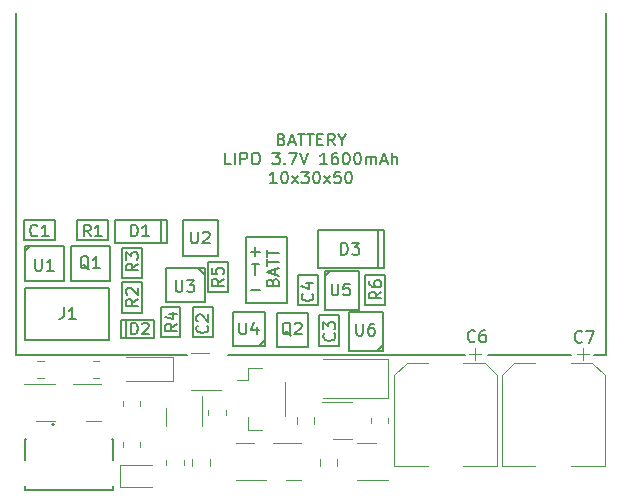
<source format=gbr>
%TF.GenerationSoftware,KiCad,Pcbnew,7.0.10*%
%TF.CreationDate,2024-04-16T15:47:17+10:00*%
%TF.ProjectId,cptibp1a-pcb,63707469-6270-4316-912d-7063622e6b69,rev?*%
%TF.SameCoordinates,Original*%
%TF.FileFunction,Legend,Top*%
%TF.FilePolarity,Positive*%
%FSLAX46Y46*%
G04 Gerber Fmt 4.6, Leading zero omitted, Abs format (unit mm)*
G04 Created by KiCad (PCBNEW 7.0.10) date 2024-04-16 15:47:17*
%MOMM*%
%LPD*%
G01*
G04 APERTURE LIST*
%ADD10C,0.150000*%
%ADD11C,0.120000*%
%ADD12C,0.127000*%
%ADD13C,0.200000*%
G04 APERTURE END LIST*
D10*
X5700000Y-22600000D02*
X5700000Y-19400000D01*
X-2850000Y-26400000D02*
X-250000Y-26400000D01*
X-250000Y-29300000D01*
X-2850000Y-29300000D01*
X-2850000Y-26400000D01*
X-16000000Y-20900000D02*
X-14300000Y-20900000D01*
X-14300000Y-23500000D01*
X-16000000Y-23500000D01*
X-16000000Y-20900000D01*
X-24200000Y-24300000D02*
X-17100000Y-24300000D01*
X-17100000Y-28700000D01*
X-24200000Y-28700000D01*
X-24200000Y-24300000D01*
X-16000000Y-23800000D02*
X-14300000Y-23800000D01*
X-14300000Y-26400000D01*
X-16000000Y-26400000D01*
X-16000000Y-23800000D01*
X-19800000Y-18600000D02*
X-17200000Y-18600000D01*
X-17200000Y-20300000D01*
X-19800000Y-20300000D01*
X-19800000Y-18600000D01*
X700000Y-26600000D02*
X2400000Y-26600000D01*
X2400000Y-29200000D01*
X700000Y-29200000D01*
X700000Y-26600000D01*
X-12700000Y-25900000D02*
X-11100000Y-25900000D01*
X-11100000Y-28500000D01*
X-12700000Y-28500000D01*
X-12700000Y-25900000D01*
X-1125000Y-23200000D02*
X575000Y-23200000D01*
X575000Y-25800000D01*
X-1125000Y-25800000D01*
X-1125000Y-23200000D01*
X1150000Y-22850000D02*
X4050000Y-22850000D01*
X4050000Y-26150000D01*
X1150000Y-26150000D01*
X1150000Y-22850000D01*
X1150000Y-23350000D02*
X1650000Y-22850000D01*
X-24200000Y-21200000D02*
X-23800000Y-20800000D01*
X-8700000Y-22100000D02*
X-7000000Y-22100000D01*
X-7000000Y-24700000D01*
X-8700000Y-24700000D01*
X-8700000Y-22100000D01*
X-12300000Y-22650000D02*
X-9000000Y-22650000D01*
X-9000000Y-25550000D01*
X-12300000Y-25550000D01*
X-12300000Y-22650000D01*
X-25000000Y-30000000D02*
X-25000000Y-1000000D01*
X-10500000Y-30000000D02*
X-25000000Y-30000000D01*
X-5500000Y-20000000D02*
X-2000000Y-20000000D01*
X-2000000Y-25600000D01*
X-5500000Y-25600000D01*
X-5500000Y-20000000D01*
X-3900000Y-28750000D02*
X-4400000Y-29250000D01*
X-10000000Y-25900000D02*
X-8300000Y-25900000D01*
X-8300000Y-28500000D01*
X-10000000Y-28500000D01*
X-10000000Y-25900000D01*
X-16100000Y-27000000D02*
X-13300000Y-27000000D01*
X-13300000Y-28600000D01*
X-16100000Y-28600000D01*
X-16100000Y-27000000D01*
X-16600000Y-18600000D02*
X-12200000Y-18600000D01*
X-12200000Y-20500000D01*
X-16600000Y-20500000D01*
X-16600000Y-18600000D01*
X-9500000Y-22700000D02*
X-9000000Y-23200000D01*
X-15700000Y-27000000D02*
X-15700000Y-28600000D01*
X-10800000Y-18600000D02*
X-7900000Y-18600000D01*
X-7900000Y-21600000D01*
X-10800000Y-21600000D01*
X-10800000Y-18600000D01*
X4600000Y-23200000D02*
X6300000Y-23200000D01*
X6300000Y-25800000D01*
X4600000Y-25800000D01*
X4600000Y-23200000D01*
X3200000Y-26350000D02*
X6100000Y-26350000D01*
X6100000Y-29650000D01*
X3200000Y-29650000D01*
X3200000Y-26350000D01*
X22000000Y-30000000D02*
X15000000Y-30000000D01*
X25000000Y-30000000D02*
X24000000Y-30000000D01*
X600000Y-19400000D02*
X6200000Y-19400000D01*
X6200000Y-22600000D01*
X600000Y-22600000D01*
X600000Y-19400000D01*
X-24300000Y-18600000D02*
X-21700000Y-18600000D01*
X-21700000Y-20300000D01*
X-24300000Y-20300000D01*
X-24300000Y-18600000D01*
X-6600000Y-26350000D02*
X-3900000Y-26350000D01*
X-3900000Y-29250000D01*
X-6600000Y-29250000D01*
X-6600000Y-26350000D01*
X6100000Y-29150000D02*
X5600000Y-29650000D01*
X25000000Y-1000000D02*
X25000000Y-30000000D01*
X-24250000Y-20800000D02*
X-20950000Y-20800000D01*
X-20950000Y-23700000D01*
X-24250000Y-23700000D01*
X-24250000Y-20800000D01*
X-20350000Y-20800000D02*
X-17050000Y-20800000D01*
X-17050000Y-23700000D01*
X-20350000Y-23700000D01*
X-20350000Y-20800000D01*
X13000000Y-30000000D02*
X-7000000Y-30000000D01*
X-12700000Y-18600000D02*
X-12700000Y-20500000D01*
X-3253990Y-23829887D02*
X-3206371Y-23687030D01*
X-3206371Y-23687030D02*
X-3158752Y-23639411D01*
X-3158752Y-23639411D02*
X-3063514Y-23591792D01*
X-3063514Y-23591792D02*
X-2920657Y-23591792D01*
X-2920657Y-23591792D02*
X-2825419Y-23639411D01*
X-2825419Y-23639411D02*
X-2777800Y-23687030D01*
X-2777800Y-23687030D02*
X-2730180Y-23782268D01*
X-2730180Y-23782268D02*
X-2730180Y-24163220D01*
X-2730180Y-24163220D02*
X-3730180Y-24163220D01*
X-3730180Y-24163220D02*
X-3730180Y-23829887D01*
X-3730180Y-23829887D02*
X-3682561Y-23734649D01*
X-3682561Y-23734649D02*
X-3634942Y-23687030D01*
X-3634942Y-23687030D02*
X-3539704Y-23639411D01*
X-3539704Y-23639411D02*
X-3444466Y-23639411D01*
X-3444466Y-23639411D02*
X-3349228Y-23687030D01*
X-3349228Y-23687030D02*
X-3301609Y-23734649D01*
X-3301609Y-23734649D02*
X-3253990Y-23829887D01*
X-3253990Y-23829887D02*
X-3253990Y-24163220D01*
X-3015895Y-23210839D02*
X-3015895Y-22734649D01*
X-2730180Y-23306077D02*
X-3730180Y-22972744D01*
X-3730180Y-22972744D02*
X-2730180Y-22639411D01*
X-3730180Y-22448934D02*
X-3730180Y-21877506D01*
X-2730180Y-22163220D02*
X-3730180Y-22163220D01*
X-3730180Y-21687029D02*
X-3730180Y-21115601D01*
X-2730180Y-21401315D02*
X-3730180Y-21401315D01*
X-2500000Y-11726009D02*
X-2357143Y-11773628D01*
X-2357143Y-11773628D02*
X-2309524Y-11821247D01*
X-2309524Y-11821247D02*
X-2261905Y-11916485D01*
X-2261905Y-11916485D02*
X-2261905Y-12059342D01*
X-2261905Y-12059342D02*
X-2309524Y-12154580D01*
X-2309524Y-12154580D02*
X-2357143Y-12202200D01*
X-2357143Y-12202200D02*
X-2452381Y-12249819D01*
X-2452381Y-12249819D02*
X-2833333Y-12249819D01*
X-2833333Y-12249819D02*
X-2833333Y-11249819D01*
X-2833333Y-11249819D02*
X-2500000Y-11249819D01*
X-2500000Y-11249819D02*
X-2404762Y-11297438D01*
X-2404762Y-11297438D02*
X-2357143Y-11345057D01*
X-2357143Y-11345057D02*
X-2309524Y-11440295D01*
X-2309524Y-11440295D02*
X-2309524Y-11535533D01*
X-2309524Y-11535533D02*
X-2357143Y-11630771D01*
X-2357143Y-11630771D02*
X-2404762Y-11678390D01*
X-2404762Y-11678390D02*
X-2500000Y-11726009D01*
X-2500000Y-11726009D02*
X-2833333Y-11726009D01*
X-1880952Y-11964104D02*
X-1404762Y-11964104D01*
X-1976190Y-12249819D02*
X-1642857Y-11249819D01*
X-1642857Y-11249819D02*
X-1309524Y-12249819D01*
X-1119047Y-11249819D02*
X-547619Y-11249819D01*
X-833333Y-12249819D02*
X-833333Y-11249819D01*
X-357142Y-11249819D02*
X214285Y-11249819D01*
X-71428Y-12249819D02*
X-71428Y-11249819D01*
X547619Y-11726009D02*
X880952Y-11726009D01*
X1023809Y-12249819D02*
X547619Y-12249819D01*
X547619Y-12249819D02*
X547619Y-11249819D01*
X547619Y-11249819D02*
X1023809Y-11249819D01*
X2023809Y-12249819D02*
X1690476Y-11773628D01*
X1452381Y-12249819D02*
X1452381Y-11249819D01*
X1452381Y-11249819D02*
X1833333Y-11249819D01*
X1833333Y-11249819D02*
X1928571Y-11297438D01*
X1928571Y-11297438D02*
X1976190Y-11345057D01*
X1976190Y-11345057D02*
X2023809Y-11440295D01*
X2023809Y-11440295D02*
X2023809Y-11583152D01*
X2023809Y-11583152D02*
X1976190Y-11678390D01*
X1976190Y-11678390D02*
X1928571Y-11726009D01*
X1928571Y-11726009D02*
X1833333Y-11773628D01*
X1833333Y-11773628D02*
X1452381Y-11773628D01*
X2642857Y-11773628D02*
X2642857Y-12249819D01*
X2309524Y-11249819D02*
X2642857Y-11773628D01*
X2642857Y-11773628D02*
X2976190Y-11249819D01*
X-6785714Y-13859819D02*
X-7261904Y-13859819D01*
X-7261904Y-13859819D02*
X-7261904Y-12859819D01*
X-6452380Y-13859819D02*
X-6452380Y-12859819D01*
X-5976190Y-13859819D02*
X-5976190Y-12859819D01*
X-5976190Y-12859819D02*
X-5595238Y-12859819D01*
X-5595238Y-12859819D02*
X-5500000Y-12907438D01*
X-5500000Y-12907438D02*
X-5452381Y-12955057D01*
X-5452381Y-12955057D02*
X-5404762Y-13050295D01*
X-5404762Y-13050295D02*
X-5404762Y-13193152D01*
X-5404762Y-13193152D02*
X-5452381Y-13288390D01*
X-5452381Y-13288390D02*
X-5500000Y-13336009D01*
X-5500000Y-13336009D02*
X-5595238Y-13383628D01*
X-5595238Y-13383628D02*
X-5976190Y-13383628D01*
X-4785714Y-12859819D02*
X-4595238Y-12859819D01*
X-4595238Y-12859819D02*
X-4500000Y-12907438D01*
X-4500000Y-12907438D02*
X-4404762Y-13002676D01*
X-4404762Y-13002676D02*
X-4357143Y-13193152D01*
X-4357143Y-13193152D02*
X-4357143Y-13526485D01*
X-4357143Y-13526485D02*
X-4404762Y-13716961D01*
X-4404762Y-13716961D02*
X-4500000Y-13812200D01*
X-4500000Y-13812200D02*
X-4595238Y-13859819D01*
X-4595238Y-13859819D02*
X-4785714Y-13859819D01*
X-4785714Y-13859819D02*
X-4880952Y-13812200D01*
X-4880952Y-13812200D02*
X-4976190Y-13716961D01*
X-4976190Y-13716961D02*
X-5023809Y-13526485D01*
X-5023809Y-13526485D02*
X-5023809Y-13193152D01*
X-5023809Y-13193152D02*
X-4976190Y-13002676D01*
X-4976190Y-13002676D02*
X-4880952Y-12907438D01*
X-4880952Y-12907438D02*
X-4785714Y-12859819D01*
X-3261904Y-12859819D02*
X-2642857Y-12859819D01*
X-2642857Y-12859819D02*
X-2976190Y-13240771D01*
X-2976190Y-13240771D02*
X-2833333Y-13240771D01*
X-2833333Y-13240771D02*
X-2738095Y-13288390D01*
X-2738095Y-13288390D02*
X-2690476Y-13336009D01*
X-2690476Y-13336009D02*
X-2642857Y-13431247D01*
X-2642857Y-13431247D02*
X-2642857Y-13669342D01*
X-2642857Y-13669342D02*
X-2690476Y-13764580D01*
X-2690476Y-13764580D02*
X-2738095Y-13812200D01*
X-2738095Y-13812200D02*
X-2833333Y-13859819D01*
X-2833333Y-13859819D02*
X-3119047Y-13859819D01*
X-3119047Y-13859819D02*
X-3214285Y-13812200D01*
X-3214285Y-13812200D02*
X-3261904Y-13764580D01*
X-2214285Y-13764580D02*
X-2166666Y-13812200D01*
X-2166666Y-13812200D02*
X-2214285Y-13859819D01*
X-2214285Y-13859819D02*
X-2261904Y-13812200D01*
X-2261904Y-13812200D02*
X-2214285Y-13764580D01*
X-2214285Y-13764580D02*
X-2214285Y-13859819D01*
X-1833333Y-12859819D02*
X-1166667Y-12859819D01*
X-1166667Y-12859819D02*
X-1595238Y-13859819D01*
X-928571Y-12859819D02*
X-595238Y-13859819D01*
X-595238Y-13859819D02*
X-261905Y-12859819D01*
X1357142Y-13859819D02*
X785714Y-13859819D01*
X1071428Y-13859819D02*
X1071428Y-12859819D01*
X1071428Y-12859819D02*
X976190Y-13002676D01*
X976190Y-13002676D02*
X880952Y-13097914D01*
X880952Y-13097914D02*
X785714Y-13145533D01*
X2214285Y-12859819D02*
X2023809Y-12859819D01*
X2023809Y-12859819D02*
X1928571Y-12907438D01*
X1928571Y-12907438D02*
X1880952Y-12955057D01*
X1880952Y-12955057D02*
X1785714Y-13097914D01*
X1785714Y-13097914D02*
X1738095Y-13288390D01*
X1738095Y-13288390D02*
X1738095Y-13669342D01*
X1738095Y-13669342D02*
X1785714Y-13764580D01*
X1785714Y-13764580D02*
X1833333Y-13812200D01*
X1833333Y-13812200D02*
X1928571Y-13859819D01*
X1928571Y-13859819D02*
X2119047Y-13859819D01*
X2119047Y-13859819D02*
X2214285Y-13812200D01*
X2214285Y-13812200D02*
X2261904Y-13764580D01*
X2261904Y-13764580D02*
X2309523Y-13669342D01*
X2309523Y-13669342D02*
X2309523Y-13431247D01*
X2309523Y-13431247D02*
X2261904Y-13336009D01*
X2261904Y-13336009D02*
X2214285Y-13288390D01*
X2214285Y-13288390D02*
X2119047Y-13240771D01*
X2119047Y-13240771D02*
X1928571Y-13240771D01*
X1928571Y-13240771D02*
X1833333Y-13288390D01*
X1833333Y-13288390D02*
X1785714Y-13336009D01*
X1785714Y-13336009D02*
X1738095Y-13431247D01*
X2928571Y-12859819D02*
X3023809Y-12859819D01*
X3023809Y-12859819D02*
X3119047Y-12907438D01*
X3119047Y-12907438D02*
X3166666Y-12955057D01*
X3166666Y-12955057D02*
X3214285Y-13050295D01*
X3214285Y-13050295D02*
X3261904Y-13240771D01*
X3261904Y-13240771D02*
X3261904Y-13478866D01*
X3261904Y-13478866D02*
X3214285Y-13669342D01*
X3214285Y-13669342D02*
X3166666Y-13764580D01*
X3166666Y-13764580D02*
X3119047Y-13812200D01*
X3119047Y-13812200D02*
X3023809Y-13859819D01*
X3023809Y-13859819D02*
X2928571Y-13859819D01*
X2928571Y-13859819D02*
X2833333Y-13812200D01*
X2833333Y-13812200D02*
X2785714Y-13764580D01*
X2785714Y-13764580D02*
X2738095Y-13669342D01*
X2738095Y-13669342D02*
X2690476Y-13478866D01*
X2690476Y-13478866D02*
X2690476Y-13240771D01*
X2690476Y-13240771D02*
X2738095Y-13050295D01*
X2738095Y-13050295D02*
X2785714Y-12955057D01*
X2785714Y-12955057D02*
X2833333Y-12907438D01*
X2833333Y-12907438D02*
X2928571Y-12859819D01*
X3880952Y-12859819D02*
X3976190Y-12859819D01*
X3976190Y-12859819D02*
X4071428Y-12907438D01*
X4071428Y-12907438D02*
X4119047Y-12955057D01*
X4119047Y-12955057D02*
X4166666Y-13050295D01*
X4166666Y-13050295D02*
X4214285Y-13240771D01*
X4214285Y-13240771D02*
X4214285Y-13478866D01*
X4214285Y-13478866D02*
X4166666Y-13669342D01*
X4166666Y-13669342D02*
X4119047Y-13764580D01*
X4119047Y-13764580D02*
X4071428Y-13812200D01*
X4071428Y-13812200D02*
X3976190Y-13859819D01*
X3976190Y-13859819D02*
X3880952Y-13859819D01*
X3880952Y-13859819D02*
X3785714Y-13812200D01*
X3785714Y-13812200D02*
X3738095Y-13764580D01*
X3738095Y-13764580D02*
X3690476Y-13669342D01*
X3690476Y-13669342D02*
X3642857Y-13478866D01*
X3642857Y-13478866D02*
X3642857Y-13240771D01*
X3642857Y-13240771D02*
X3690476Y-13050295D01*
X3690476Y-13050295D02*
X3738095Y-12955057D01*
X3738095Y-12955057D02*
X3785714Y-12907438D01*
X3785714Y-12907438D02*
X3880952Y-12859819D01*
X4642857Y-13859819D02*
X4642857Y-13193152D01*
X4642857Y-13288390D02*
X4690476Y-13240771D01*
X4690476Y-13240771D02*
X4785714Y-13193152D01*
X4785714Y-13193152D02*
X4928571Y-13193152D01*
X4928571Y-13193152D02*
X5023809Y-13240771D01*
X5023809Y-13240771D02*
X5071428Y-13336009D01*
X5071428Y-13336009D02*
X5071428Y-13859819D01*
X5071428Y-13336009D02*
X5119047Y-13240771D01*
X5119047Y-13240771D02*
X5214285Y-13193152D01*
X5214285Y-13193152D02*
X5357142Y-13193152D01*
X5357142Y-13193152D02*
X5452381Y-13240771D01*
X5452381Y-13240771D02*
X5500000Y-13336009D01*
X5500000Y-13336009D02*
X5500000Y-13859819D01*
X5928571Y-13574104D02*
X6404761Y-13574104D01*
X5833333Y-13859819D02*
X6166666Y-12859819D01*
X6166666Y-12859819D02*
X6499999Y-13859819D01*
X6833333Y-13859819D02*
X6833333Y-12859819D01*
X7261904Y-13859819D02*
X7261904Y-13336009D01*
X7261904Y-13336009D02*
X7214285Y-13240771D01*
X7214285Y-13240771D02*
X7119047Y-13193152D01*
X7119047Y-13193152D02*
X6976190Y-13193152D01*
X6976190Y-13193152D02*
X6880952Y-13240771D01*
X6880952Y-13240771D02*
X6833333Y-13288390D01*
X-2904762Y-15469819D02*
X-3476190Y-15469819D01*
X-3190476Y-15469819D02*
X-3190476Y-14469819D01*
X-3190476Y-14469819D02*
X-3285714Y-14612676D01*
X-3285714Y-14612676D02*
X-3380952Y-14707914D01*
X-3380952Y-14707914D02*
X-3476190Y-14755533D01*
X-2285714Y-14469819D02*
X-2190476Y-14469819D01*
X-2190476Y-14469819D02*
X-2095238Y-14517438D01*
X-2095238Y-14517438D02*
X-2047619Y-14565057D01*
X-2047619Y-14565057D02*
X-2000000Y-14660295D01*
X-2000000Y-14660295D02*
X-1952381Y-14850771D01*
X-1952381Y-14850771D02*
X-1952381Y-15088866D01*
X-1952381Y-15088866D02*
X-2000000Y-15279342D01*
X-2000000Y-15279342D02*
X-2047619Y-15374580D01*
X-2047619Y-15374580D02*
X-2095238Y-15422200D01*
X-2095238Y-15422200D02*
X-2190476Y-15469819D01*
X-2190476Y-15469819D02*
X-2285714Y-15469819D01*
X-2285714Y-15469819D02*
X-2380952Y-15422200D01*
X-2380952Y-15422200D02*
X-2428571Y-15374580D01*
X-2428571Y-15374580D02*
X-2476190Y-15279342D01*
X-2476190Y-15279342D02*
X-2523809Y-15088866D01*
X-2523809Y-15088866D02*
X-2523809Y-14850771D01*
X-2523809Y-14850771D02*
X-2476190Y-14660295D01*
X-2476190Y-14660295D02*
X-2428571Y-14565057D01*
X-2428571Y-14565057D02*
X-2380952Y-14517438D01*
X-2380952Y-14517438D02*
X-2285714Y-14469819D01*
X-1619047Y-15469819D02*
X-1095238Y-14803152D01*
X-1619047Y-14803152D02*
X-1095238Y-15469819D01*
X-809523Y-14469819D02*
X-190476Y-14469819D01*
X-190476Y-14469819D02*
X-523809Y-14850771D01*
X-523809Y-14850771D02*
X-380952Y-14850771D01*
X-380952Y-14850771D02*
X-285714Y-14898390D01*
X-285714Y-14898390D02*
X-238095Y-14946009D01*
X-238095Y-14946009D02*
X-190476Y-15041247D01*
X-190476Y-15041247D02*
X-190476Y-15279342D01*
X-190476Y-15279342D02*
X-238095Y-15374580D01*
X-238095Y-15374580D02*
X-285714Y-15422200D01*
X-285714Y-15422200D02*
X-380952Y-15469819D01*
X-380952Y-15469819D02*
X-666666Y-15469819D01*
X-666666Y-15469819D02*
X-761904Y-15422200D01*
X-761904Y-15422200D02*
X-809523Y-15374580D01*
X428571Y-14469819D02*
X523809Y-14469819D01*
X523809Y-14469819D02*
X619047Y-14517438D01*
X619047Y-14517438D02*
X666666Y-14565057D01*
X666666Y-14565057D02*
X714285Y-14660295D01*
X714285Y-14660295D02*
X761904Y-14850771D01*
X761904Y-14850771D02*
X761904Y-15088866D01*
X761904Y-15088866D02*
X714285Y-15279342D01*
X714285Y-15279342D02*
X666666Y-15374580D01*
X666666Y-15374580D02*
X619047Y-15422200D01*
X619047Y-15422200D02*
X523809Y-15469819D01*
X523809Y-15469819D02*
X428571Y-15469819D01*
X428571Y-15469819D02*
X333333Y-15422200D01*
X333333Y-15422200D02*
X285714Y-15374580D01*
X285714Y-15374580D02*
X238095Y-15279342D01*
X238095Y-15279342D02*
X190476Y-15088866D01*
X190476Y-15088866D02*
X190476Y-14850771D01*
X190476Y-14850771D02*
X238095Y-14660295D01*
X238095Y-14660295D02*
X285714Y-14565057D01*
X285714Y-14565057D02*
X333333Y-14517438D01*
X333333Y-14517438D02*
X428571Y-14469819D01*
X1095238Y-15469819D02*
X1619047Y-14803152D01*
X1095238Y-14803152D02*
X1619047Y-15469819D01*
X2476190Y-14469819D02*
X2000000Y-14469819D01*
X2000000Y-14469819D02*
X1952381Y-14946009D01*
X1952381Y-14946009D02*
X2000000Y-14898390D01*
X2000000Y-14898390D02*
X2095238Y-14850771D01*
X2095238Y-14850771D02*
X2333333Y-14850771D01*
X2333333Y-14850771D02*
X2428571Y-14898390D01*
X2428571Y-14898390D02*
X2476190Y-14946009D01*
X2476190Y-14946009D02*
X2523809Y-15041247D01*
X2523809Y-15041247D02*
X2523809Y-15279342D01*
X2523809Y-15279342D02*
X2476190Y-15374580D01*
X2476190Y-15374580D02*
X2428571Y-15422200D01*
X2428571Y-15422200D02*
X2333333Y-15469819D01*
X2333333Y-15469819D02*
X2095238Y-15469819D01*
X2095238Y-15469819D02*
X2000000Y-15422200D01*
X2000000Y-15422200D02*
X1952381Y-15374580D01*
X3142857Y-14469819D02*
X3238095Y-14469819D01*
X3238095Y-14469819D02*
X3333333Y-14517438D01*
X3333333Y-14517438D02*
X3380952Y-14565057D01*
X3380952Y-14565057D02*
X3428571Y-14660295D01*
X3428571Y-14660295D02*
X3476190Y-14850771D01*
X3476190Y-14850771D02*
X3476190Y-15088866D01*
X3476190Y-15088866D02*
X3428571Y-15279342D01*
X3428571Y-15279342D02*
X3380952Y-15374580D01*
X3380952Y-15374580D02*
X3333333Y-15422200D01*
X3333333Y-15422200D02*
X3238095Y-15469819D01*
X3238095Y-15469819D02*
X3142857Y-15469819D01*
X3142857Y-15469819D02*
X3047619Y-15422200D01*
X3047619Y-15422200D02*
X3000000Y-15374580D01*
X3000000Y-15374580D02*
X2952381Y-15279342D01*
X2952381Y-15279342D02*
X2904762Y-15088866D01*
X2904762Y-15088866D02*
X2904762Y-14850771D01*
X2904762Y-14850771D02*
X2952381Y-14660295D01*
X2952381Y-14660295D02*
X3000000Y-14565057D01*
X3000000Y-14565057D02*
X3047619Y-14517438D01*
X3047619Y-14517438D02*
X3142857Y-14469819D01*
X-5080951Y-21263866D02*
X-4319047Y-21263866D01*
X-4699999Y-21644819D02*
X-4699999Y-20882914D01*
X-4985713Y-22254819D02*
X-4414285Y-22254819D01*
X-4699999Y-23254819D02*
X-4699999Y-22254819D01*
X-5080951Y-24483866D02*
X-4319047Y-24483866D01*
X5954819Y-24629166D02*
X5478628Y-24962499D01*
X5954819Y-25200594D02*
X4954819Y-25200594D01*
X4954819Y-25200594D02*
X4954819Y-24819642D01*
X4954819Y-24819642D02*
X5002438Y-24724404D01*
X5002438Y-24724404D02*
X5050057Y-24676785D01*
X5050057Y-24676785D02*
X5145295Y-24629166D01*
X5145295Y-24629166D02*
X5288152Y-24629166D01*
X5288152Y-24629166D02*
X5383390Y-24676785D01*
X5383390Y-24676785D02*
X5431009Y-24724404D01*
X5431009Y-24724404D02*
X5478628Y-24819642D01*
X5478628Y-24819642D02*
X5478628Y-25200594D01*
X4954819Y-23772023D02*
X4954819Y-23962499D01*
X4954819Y-23962499D02*
X5002438Y-24057737D01*
X5002438Y-24057737D02*
X5050057Y-24105356D01*
X5050057Y-24105356D02*
X5192914Y-24200594D01*
X5192914Y-24200594D02*
X5383390Y-24248213D01*
X5383390Y-24248213D02*
X5764342Y-24248213D01*
X5764342Y-24248213D02*
X5859580Y-24200594D01*
X5859580Y-24200594D02*
X5907200Y-24152975D01*
X5907200Y-24152975D02*
X5954819Y-24057737D01*
X5954819Y-24057737D02*
X5954819Y-23867261D01*
X5954819Y-23867261D02*
X5907200Y-23772023D01*
X5907200Y-23772023D02*
X5859580Y-23724404D01*
X5859580Y-23724404D02*
X5764342Y-23676785D01*
X5764342Y-23676785D02*
X5526247Y-23676785D01*
X5526247Y-23676785D02*
X5431009Y-23724404D01*
X5431009Y-23724404D02*
X5383390Y-23772023D01*
X5383390Y-23772023D02*
X5335771Y-23867261D01*
X5335771Y-23867261D02*
X5335771Y-24057737D01*
X5335771Y-24057737D02*
X5383390Y-24152975D01*
X5383390Y-24152975D02*
X5431009Y-24200594D01*
X5431009Y-24200594D02*
X5526247Y-24248213D01*
X-23361904Y-21854819D02*
X-23361904Y-22664342D01*
X-23361904Y-22664342D02*
X-23314285Y-22759580D01*
X-23314285Y-22759580D02*
X-23266666Y-22807200D01*
X-23266666Y-22807200D02*
X-23171428Y-22854819D01*
X-23171428Y-22854819D02*
X-22980952Y-22854819D01*
X-22980952Y-22854819D02*
X-22885714Y-22807200D01*
X-22885714Y-22807200D02*
X-22838095Y-22759580D01*
X-22838095Y-22759580D02*
X-22790476Y-22664342D01*
X-22790476Y-22664342D02*
X-22790476Y-21854819D01*
X-21790476Y-22854819D02*
X-22361904Y-22854819D01*
X-22076190Y-22854819D02*
X-22076190Y-21854819D01*
X-22076190Y-21854819D02*
X-22171428Y-21997676D01*
X-22171428Y-21997676D02*
X-22266666Y-22092914D01*
X-22266666Y-22092914D02*
X-22361904Y-22140533D01*
X3838095Y-27354819D02*
X3838095Y-28164342D01*
X3838095Y-28164342D02*
X3885714Y-28259580D01*
X3885714Y-28259580D02*
X3933333Y-28307200D01*
X3933333Y-28307200D02*
X4028571Y-28354819D01*
X4028571Y-28354819D02*
X4219047Y-28354819D01*
X4219047Y-28354819D02*
X4314285Y-28307200D01*
X4314285Y-28307200D02*
X4361904Y-28259580D01*
X4361904Y-28259580D02*
X4409523Y-28164342D01*
X4409523Y-28164342D02*
X4409523Y-27354819D01*
X5314285Y-27354819D02*
X5123809Y-27354819D01*
X5123809Y-27354819D02*
X5028571Y-27402438D01*
X5028571Y-27402438D02*
X4980952Y-27450057D01*
X4980952Y-27450057D02*
X4885714Y-27592914D01*
X4885714Y-27592914D02*
X4838095Y-27783390D01*
X4838095Y-27783390D02*
X4838095Y-28164342D01*
X4838095Y-28164342D02*
X4885714Y-28259580D01*
X4885714Y-28259580D02*
X4933333Y-28307200D01*
X4933333Y-28307200D02*
X5028571Y-28354819D01*
X5028571Y-28354819D02*
X5219047Y-28354819D01*
X5219047Y-28354819D02*
X5314285Y-28307200D01*
X5314285Y-28307200D02*
X5361904Y-28259580D01*
X5361904Y-28259580D02*
X5409523Y-28164342D01*
X5409523Y-28164342D02*
X5409523Y-27926247D01*
X5409523Y-27926247D02*
X5361904Y-27831009D01*
X5361904Y-27831009D02*
X5314285Y-27783390D01*
X5314285Y-27783390D02*
X5219047Y-27735771D01*
X5219047Y-27735771D02*
X5028571Y-27735771D01*
X5028571Y-27735771D02*
X4933333Y-27783390D01*
X4933333Y-27783390D02*
X4885714Y-27831009D01*
X4885714Y-27831009D02*
X4838095Y-27926247D01*
X-1695238Y-28350057D02*
X-1790476Y-28302438D01*
X-1790476Y-28302438D02*
X-1885714Y-28207200D01*
X-1885714Y-28207200D02*
X-2028571Y-28064342D01*
X-2028571Y-28064342D02*
X-2123809Y-28016723D01*
X-2123809Y-28016723D02*
X-2219047Y-28016723D01*
X-2171428Y-28254819D02*
X-2266666Y-28207200D01*
X-2266666Y-28207200D02*
X-2361904Y-28111961D01*
X-2361904Y-28111961D02*
X-2409523Y-27921485D01*
X-2409523Y-27921485D02*
X-2409523Y-27588152D01*
X-2409523Y-27588152D02*
X-2361904Y-27397676D01*
X-2361904Y-27397676D02*
X-2266666Y-27302438D01*
X-2266666Y-27302438D02*
X-2171428Y-27254819D01*
X-2171428Y-27254819D02*
X-1980952Y-27254819D01*
X-1980952Y-27254819D02*
X-1885714Y-27302438D01*
X-1885714Y-27302438D02*
X-1790476Y-27397676D01*
X-1790476Y-27397676D02*
X-1742857Y-27588152D01*
X-1742857Y-27588152D02*
X-1742857Y-27921485D01*
X-1742857Y-27921485D02*
X-1790476Y-28111961D01*
X-1790476Y-28111961D02*
X-1885714Y-28207200D01*
X-1885714Y-28207200D02*
X-1980952Y-28254819D01*
X-1980952Y-28254819D02*
X-2171428Y-28254819D01*
X-1361904Y-27350057D02*
X-1314285Y-27302438D01*
X-1314285Y-27302438D02*
X-1219047Y-27254819D01*
X-1219047Y-27254819D02*
X-980952Y-27254819D01*
X-980952Y-27254819D02*
X-885714Y-27302438D01*
X-885714Y-27302438D02*
X-838095Y-27350057D01*
X-838095Y-27350057D02*
X-790476Y-27445295D01*
X-790476Y-27445295D02*
X-790476Y-27540533D01*
X-790476Y-27540533D02*
X-838095Y-27683390D01*
X-838095Y-27683390D02*
X-1409523Y-28254819D01*
X-1409523Y-28254819D02*
X-790476Y-28254819D01*
X13883333Y-28809580D02*
X13835714Y-28857200D01*
X13835714Y-28857200D02*
X13692857Y-28904819D01*
X13692857Y-28904819D02*
X13597619Y-28904819D01*
X13597619Y-28904819D02*
X13454762Y-28857200D01*
X13454762Y-28857200D02*
X13359524Y-28761961D01*
X13359524Y-28761961D02*
X13311905Y-28666723D01*
X13311905Y-28666723D02*
X13264286Y-28476247D01*
X13264286Y-28476247D02*
X13264286Y-28333390D01*
X13264286Y-28333390D02*
X13311905Y-28142914D01*
X13311905Y-28142914D02*
X13359524Y-28047676D01*
X13359524Y-28047676D02*
X13454762Y-27952438D01*
X13454762Y-27952438D02*
X13597619Y-27904819D01*
X13597619Y-27904819D02*
X13692857Y-27904819D01*
X13692857Y-27904819D02*
X13835714Y-27952438D01*
X13835714Y-27952438D02*
X13883333Y-28000057D01*
X14740476Y-27904819D02*
X14550000Y-27904819D01*
X14550000Y-27904819D02*
X14454762Y-27952438D01*
X14454762Y-27952438D02*
X14407143Y-28000057D01*
X14407143Y-28000057D02*
X14311905Y-28142914D01*
X14311905Y-28142914D02*
X14264286Y-28333390D01*
X14264286Y-28333390D02*
X14264286Y-28714342D01*
X14264286Y-28714342D02*
X14311905Y-28809580D01*
X14311905Y-28809580D02*
X14359524Y-28857200D01*
X14359524Y-28857200D02*
X14454762Y-28904819D01*
X14454762Y-28904819D02*
X14645238Y-28904819D01*
X14645238Y-28904819D02*
X14740476Y-28857200D01*
X14740476Y-28857200D02*
X14788095Y-28809580D01*
X14788095Y-28809580D02*
X14835714Y-28714342D01*
X14835714Y-28714342D02*
X14835714Y-28476247D01*
X14835714Y-28476247D02*
X14788095Y-28381009D01*
X14788095Y-28381009D02*
X14740476Y-28333390D01*
X14740476Y-28333390D02*
X14645238Y-28285771D01*
X14645238Y-28285771D02*
X14454762Y-28285771D01*
X14454762Y-28285771D02*
X14359524Y-28333390D01*
X14359524Y-28333390D02*
X14311905Y-28381009D01*
X14311905Y-28381009D02*
X14264286Y-28476247D01*
X-15238094Y-28254819D02*
X-15238094Y-27254819D01*
X-15238094Y-27254819D02*
X-14999999Y-27254819D01*
X-14999999Y-27254819D02*
X-14857142Y-27302438D01*
X-14857142Y-27302438D02*
X-14761904Y-27397676D01*
X-14761904Y-27397676D02*
X-14714285Y-27492914D01*
X-14714285Y-27492914D02*
X-14666666Y-27683390D01*
X-14666666Y-27683390D02*
X-14666666Y-27826247D01*
X-14666666Y-27826247D02*
X-14714285Y-28016723D01*
X-14714285Y-28016723D02*
X-14761904Y-28111961D01*
X-14761904Y-28111961D02*
X-14857142Y-28207200D01*
X-14857142Y-28207200D02*
X-14999999Y-28254819D01*
X-14999999Y-28254819D02*
X-15238094Y-28254819D01*
X-14285713Y-27350057D02*
X-14238094Y-27302438D01*
X-14238094Y-27302438D02*
X-14142856Y-27254819D01*
X-14142856Y-27254819D02*
X-13904761Y-27254819D01*
X-13904761Y-27254819D02*
X-13809523Y-27302438D01*
X-13809523Y-27302438D02*
X-13761904Y-27350057D01*
X-13761904Y-27350057D02*
X-13714285Y-27445295D01*
X-13714285Y-27445295D02*
X-13714285Y-27540533D01*
X-13714285Y-27540533D02*
X-13761904Y-27683390D01*
X-13761904Y-27683390D02*
X-14333332Y-28254819D01*
X-14333332Y-28254819D02*
X-13714285Y-28254819D01*
X-18795238Y-22750057D02*
X-18890476Y-22702438D01*
X-18890476Y-22702438D02*
X-18985714Y-22607200D01*
X-18985714Y-22607200D02*
X-19128571Y-22464342D01*
X-19128571Y-22464342D02*
X-19223809Y-22416723D01*
X-19223809Y-22416723D02*
X-19319047Y-22416723D01*
X-19271428Y-22654819D02*
X-19366666Y-22607200D01*
X-19366666Y-22607200D02*
X-19461904Y-22511961D01*
X-19461904Y-22511961D02*
X-19509523Y-22321485D01*
X-19509523Y-22321485D02*
X-19509523Y-21988152D01*
X-19509523Y-21988152D02*
X-19461904Y-21797676D01*
X-19461904Y-21797676D02*
X-19366666Y-21702438D01*
X-19366666Y-21702438D02*
X-19271428Y-21654819D01*
X-19271428Y-21654819D02*
X-19080952Y-21654819D01*
X-19080952Y-21654819D02*
X-18985714Y-21702438D01*
X-18985714Y-21702438D02*
X-18890476Y-21797676D01*
X-18890476Y-21797676D02*
X-18842857Y-21988152D01*
X-18842857Y-21988152D02*
X-18842857Y-22321485D01*
X-18842857Y-22321485D02*
X-18890476Y-22511961D01*
X-18890476Y-22511961D02*
X-18985714Y-22607200D01*
X-18985714Y-22607200D02*
X-19080952Y-22654819D01*
X-19080952Y-22654819D02*
X-19271428Y-22654819D01*
X-17890476Y-22654819D02*
X-18461904Y-22654819D01*
X-18176190Y-22654819D02*
X-18176190Y-21654819D01*
X-18176190Y-21654819D02*
X-18271428Y-21797676D01*
X-18271428Y-21797676D02*
X-18366666Y-21892914D01*
X-18366666Y-21892914D02*
X-18461904Y-21940533D01*
X109580Y-24791666D02*
X157200Y-24839285D01*
X157200Y-24839285D02*
X204819Y-24982142D01*
X204819Y-24982142D02*
X204819Y-25077380D01*
X204819Y-25077380D02*
X157200Y-25220237D01*
X157200Y-25220237D02*
X61961Y-25315475D01*
X61961Y-25315475D02*
X-33276Y-25363094D01*
X-33276Y-25363094D02*
X-223752Y-25410713D01*
X-223752Y-25410713D02*
X-366609Y-25410713D01*
X-366609Y-25410713D02*
X-557085Y-25363094D01*
X-557085Y-25363094D02*
X-652323Y-25315475D01*
X-652323Y-25315475D02*
X-747561Y-25220237D01*
X-747561Y-25220237D02*
X-795180Y-25077380D01*
X-795180Y-25077380D02*
X-795180Y-24982142D01*
X-795180Y-24982142D02*
X-747561Y-24839285D01*
X-747561Y-24839285D02*
X-699942Y-24791666D01*
X-461847Y-23934523D02*
X204819Y-23934523D01*
X-842800Y-24172618D02*
X-128514Y-24410713D01*
X-128514Y-24410713D02*
X-128514Y-23791666D01*
X-14645180Y-25266666D02*
X-15121371Y-25599999D01*
X-14645180Y-25838094D02*
X-15645180Y-25838094D01*
X-15645180Y-25838094D02*
X-15645180Y-25457142D01*
X-15645180Y-25457142D02*
X-15597561Y-25361904D01*
X-15597561Y-25361904D02*
X-15549942Y-25314285D01*
X-15549942Y-25314285D02*
X-15454704Y-25266666D01*
X-15454704Y-25266666D02*
X-15311847Y-25266666D01*
X-15311847Y-25266666D02*
X-15216609Y-25314285D01*
X-15216609Y-25314285D02*
X-15168990Y-25361904D01*
X-15168990Y-25361904D02*
X-15121371Y-25457142D01*
X-15121371Y-25457142D02*
X-15121371Y-25838094D01*
X-15549942Y-24885713D02*
X-15597561Y-24838094D01*
X-15597561Y-24838094D02*
X-15645180Y-24742856D01*
X-15645180Y-24742856D02*
X-15645180Y-24504761D01*
X-15645180Y-24504761D02*
X-15597561Y-24409523D01*
X-15597561Y-24409523D02*
X-15549942Y-24361904D01*
X-15549942Y-24361904D02*
X-15454704Y-24314285D01*
X-15454704Y-24314285D02*
X-15359466Y-24314285D01*
X-15359466Y-24314285D02*
X-15216609Y-24361904D01*
X-15216609Y-24361904D02*
X-14645180Y-24933332D01*
X-14645180Y-24933332D02*
X-14645180Y-24314285D01*
X-11345180Y-27366666D02*
X-11821371Y-27699999D01*
X-11345180Y-27938094D02*
X-12345180Y-27938094D01*
X-12345180Y-27938094D02*
X-12345180Y-27557142D01*
X-12345180Y-27557142D02*
X-12297561Y-27461904D01*
X-12297561Y-27461904D02*
X-12249942Y-27414285D01*
X-12249942Y-27414285D02*
X-12154704Y-27366666D01*
X-12154704Y-27366666D02*
X-12011847Y-27366666D01*
X-12011847Y-27366666D02*
X-11916609Y-27414285D01*
X-11916609Y-27414285D02*
X-11868990Y-27461904D01*
X-11868990Y-27461904D02*
X-11821371Y-27557142D01*
X-11821371Y-27557142D02*
X-11821371Y-27938094D01*
X-12011847Y-26509523D02*
X-11345180Y-26509523D01*
X-12392800Y-26747618D02*
X-11678514Y-26985713D01*
X-11678514Y-26985713D02*
X-11678514Y-26366666D01*
X-7395180Y-23554166D02*
X-7871371Y-23887499D01*
X-7395180Y-24125594D02*
X-8395180Y-24125594D01*
X-8395180Y-24125594D02*
X-8395180Y-23744642D01*
X-8395180Y-23744642D02*
X-8347561Y-23649404D01*
X-8347561Y-23649404D02*
X-8299942Y-23601785D01*
X-8299942Y-23601785D02*
X-8204704Y-23554166D01*
X-8204704Y-23554166D02*
X-8061847Y-23554166D01*
X-8061847Y-23554166D02*
X-7966609Y-23601785D01*
X-7966609Y-23601785D02*
X-7918990Y-23649404D01*
X-7918990Y-23649404D02*
X-7871371Y-23744642D01*
X-7871371Y-23744642D02*
X-7871371Y-24125594D01*
X-8395180Y-22649404D02*
X-8395180Y-23125594D01*
X-8395180Y-23125594D02*
X-7918990Y-23173213D01*
X-7918990Y-23173213D02*
X-7966609Y-23125594D01*
X-7966609Y-23125594D02*
X-8014228Y-23030356D01*
X-8014228Y-23030356D02*
X-8014228Y-22792261D01*
X-8014228Y-22792261D02*
X-7966609Y-22697023D01*
X-7966609Y-22697023D02*
X-7918990Y-22649404D01*
X-7918990Y-22649404D02*
X-7823752Y-22601785D01*
X-7823752Y-22601785D02*
X-7585657Y-22601785D01*
X-7585657Y-22601785D02*
X-7490419Y-22649404D01*
X-7490419Y-22649404D02*
X-7442800Y-22697023D01*
X-7442800Y-22697023D02*
X-7395180Y-22792261D01*
X-7395180Y-22792261D02*
X-7395180Y-23030356D01*
X-7395180Y-23030356D02*
X-7442800Y-23125594D01*
X-7442800Y-23125594D02*
X-7490419Y-23173213D01*
X-23166666Y-19859580D02*
X-23214285Y-19907200D01*
X-23214285Y-19907200D02*
X-23357142Y-19954819D01*
X-23357142Y-19954819D02*
X-23452380Y-19954819D01*
X-23452380Y-19954819D02*
X-23595237Y-19907200D01*
X-23595237Y-19907200D02*
X-23690475Y-19811961D01*
X-23690475Y-19811961D02*
X-23738094Y-19716723D01*
X-23738094Y-19716723D02*
X-23785713Y-19526247D01*
X-23785713Y-19526247D02*
X-23785713Y-19383390D01*
X-23785713Y-19383390D02*
X-23738094Y-19192914D01*
X-23738094Y-19192914D02*
X-23690475Y-19097676D01*
X-23690475Y-19097676D02*
X-23595237Y-19002438D01*
X-23595237Y-19002438D02*
X-23452380Y-18954819D01*
X-23452380Y-18954819D02*
X-23357142Y-18954819D01*
X-23357142Y-18954819D02*
X-23214285Y-19002438D01*
X-23214285Y-19002438D02*
X-23166666Y-19050057D01*
X-22214285Y-19954819D02*
X-22785713Y-19954819D01*
X-22499999Y-19954819D02*
X-22499999Y-18954819D01*
X-22499999Y-18954819D02*
X-22595237Y-19097676D01*
X-22595237Y-19097676D02*
X-22690475Y-19192914D01*
X-22690475Y-19192914D02*
X-22785713Y-19240533D01*
X1738095Y-23954819D02*
X1738095Y-24764342D01*
X1738095Y-24764342D02*
X1785714Y-24859580D01*
X1785714Y-24859580D02*
X1833333Y-24907200D01*
X1833333Y-24907200D02*
X1928571Y-24954819D01*
X1928571Y-24954819D02*
X2119047Y-24954819D01*
X2119047Y-24954819D02*
X2214285Y-24907200D01*
X2214285Y-24907200D02*
X2261904Y-24859580D01*
X2261904Y-24859580D02*
X2309523Y-24764342D01*
X2309523Y-24764342D02*
X2309523Y-23954819D01*
X3261904Y-23954819D02*
X2785714Y-23954819D01*
X2785714Y-23954819D02*
X2738095Y-24431009D01*
X2738095Y-24431009D02*
X2785714Y-24383390D01*
X2785714Y-24383390D02*
X2880952Y-24335771D01*
X2880952Y-24335771D02*
X3119047Y-24335771D01*
X3119047Y-24335771D02*
X3214285Y-24383390D01*
X3214285Y-24383390D02*
X3261904Y-24431009D01*
X3261904Y-24431009D02*
X3309523Y-24526247D01*
X3309523Y-24526247D02*
X3309523Y-24764342D01*
X3309523Y-24764342D02*
X3261904Y-24859580D01*
X3261904Y-24859580D02*
X3214285Y-24907200D01*
X3214285Y-24907200D02*
X3119047Y-24954819D01*
X3119047Y-24954819D02*
X2880952Y-24954819D01*
X2880952Y-24954819D02*
X2785714Y-24907200D01*
X2785714Y-24907200D02*
X2738095Y-24859580D01*
X-11461904Y-23654819D02*
X-11461904Y-24464342D01*
X-11461904Y-24464342D02*
X-11414285Y-24559580D01*
X-11414285Y-24559580D02*
X-11366666Y-24607200D01*
X-11366666Y-24607200D02*
X-11271428Y-24654819D01*
X-11271428Y-24654819D02*
X-11080952Y-24654819D01*
X-11080952Y-24654819D02*
X-10985714Y-24607200D01*
X-10985714Y-24607200D02*
X-10938095Y-24559580D01*
X-10938095Y-24559580D02*
X-10890476Y-24464342D01*
X-10890476Y-24464342D02*
X-10890476Y-23654819D01*
X-10509523Y-23654819D02*
X-9890476Y-23654819D01*
X-9890476Y-23654819D02*
X-10223809Y-24035771D01*
X-10223809Y-24035771D02*
X-10080952Y-24035771D01*
X-10080952Y-24035771D02*
X-9985714Y-24083390D01*
X-9985714Y-24083390D02*
X-9938095Y-24131009D01*
X-9938095Y-24131009D02*
X-9890476Y-24226247D01*
X-9890476Y-24226247D02*
X-9890476Y-24464342D01*
X-9890476Y-24464342D02*
X-9938095Y-24559580D01*
X-9938095Y-24559580D02*
X-9985714Y-24607200D01*
X-9985714Y-24607200D02*
X-10080952Y-24654819D01*
X-10080952Y-24654819D02*
X-10366666Y-24654819D01*
X-10366666Y-24654819D02*
X-10461904Y-24607200D01*
X-10461904Y-24607200D02*
X-10509523Y-24559580D01*
X-15238094Y-19954819D02*
X-15238094Y-18954819D01*
X-15238094Y-18954819D02*
X-14999999Y-18954819D01*
X-14999999Y-18954819D02*
X-14857142Y-19002438D01*
X-14857142Y-19002438D02*
X-14761904Y-19097676D01*
X-14761904Y-19097676D02*
X-14714285Y-19192914D01*
X-14714285Y-19192914D02*
X-14666666Y-19383390D01*
X-14666666Y-19383390D02*
X-14666666Y-19526247D01*
X-14666666Y-19526247D02*
X-14714285Y-19716723D01*
X-14714285Y-19716723D02*
X-14761904Y-19811961D01*
X-14761904Y-19811961D02*
X-14857142Y-19907200D01*
X-14857142Y-19907200D02*
X-14999999Y-19954819D01*
X-14999999Y-19954819D02*
X-15238094Y-19954819D01*
X-13714285Y-19954819D02*
X-14285713Y-19954819D01*
X-13999999Y-19954819D02*
X-13999999Y-18954819D01*
X-13999999Y-18954819D02*
X-14095237Y-19097676D01*
X-14095237Y-19097676D02*
X-14190475Y-19192914D01*
X-14190475Y-19192914D02*
X-14285713Y-19240533D01*
X-20933333Y-25954819D02*
X-20933333Y-26669104D01*
X-20933333Y-26669104D02*
X-20980952Y-26811961D01*
X-20980952Y-26811961D02*
X-21076190Y-26907200D01*
X-21076190Y-26907200D02*
X-21219047Y-26954819D01*
X-21219047Y-26954819D02*
X-21314285Y-26954819D01*
X-19933333Y-26954819D02*
X-20504761Y-26954819D01*
X-20219047Y-26954819D02*
X-20219047Y-25954819D01*
X-20219047Y-25954819D02*
X-20314285Y-26097676D01*
X-20314285Y-26097676D02*
X-20409523Y-26192914D01*
X-20409523Y-26192914D02*
X-20504761Y-26240533D01*
X22933333Y-28859580D02*
X22885714Y-28907200D01*
X22885714Y-28907200D02*
X22742857Y-28954819D01*
X22742857Y-28954819D02*
X22647619Y-28954819D01*
X22647619Y-28954819D02*
X22504762Y-28907200D01*
X22504762Y-28907200D02*
X22409524Y-28811961D01*
X22409524Y-28811961D02*
X22361905Y-28716723D01*
X22361905Y-28716723D02*
X22314286Y-28526247D01*
X22314286Y-28526247D02*
X22314286Y-28383390D01*
X22314286Y-28383390D02*
X22361905Y-28192914D01*
X22361905Y-28192914D02*
X22409524Y-28097676D01*
X22409524Y-28097676D02*
X22504762Y-28002438D01*
X22504762Y-28002438D02*
X22647619Y-27954819D01*
X22647619Y-27954819D02*
X22742857Y-27954819D01*
X22742857Y-27954819D02*
X22885714Y-28002438D01*
X22885714Y-28002438D02*
X22933333Y-28050057D01*
X23266667Y-27954819D02*
X23933333Y-27954819D01*
X23933333Y-27954819D02*
X23504762Y-28954819D01*
X1959580Y-28166666D02*
X2007200Y-28214285D01*
X2007200Y-28214285D02*
X2054819Y-28357142D01*
X2054819Y-28357142D02*
X2054819Y-28452380D01*
X2054819Y-28452380D02*
X2007200Y-28595237D01*
X2007200Y-28595237D02*
X1911961Y-28690475D01*
X1911961Y-28690475D02*
X1816723Y-28738094D01*
X1816723Y-28738094D02*
X1626247Y-28785713D01*
X1626247Y-28785713D02*
X1483390Y-28785713D01*
X1483390Y-28785713D02*
X1292914Y-28738094D01*
X1292914Y-28738094D02*
X1197676Y-28690475D01*
X1197676Y-28690475D02*
X1102438Y-28595237D01*
X1102438Y-28595237D02*
X1054819Y-28452380D01*
X1054819Y-28452380D02*
X1054819Y-28357142D01*
X1054819Y-28357142D02*
X1102438Y-28214285D01*
X1102438Y-28214285D02*
X1150057Y-28166666D01*
X1054819Y-27833332D02*
X1054819Y-27214285D01*
X1054819Y-27214285D02*
X1435771Y-27547618D01*
X1435771Y-27547618D02*
X1435771Y-27404761D01*
X1435771Y-27404761D02*
X1483390Y-27309523D01*
X1483390Y-27309523D02*
X1531009Y-27261904D01*
X1531009Y-27261904D02*
X1626247Y-27214285D01*
X1626247Y-27214285D02*
X1864342Y-27214285D01*
X1864342Y-27214285D02*
X1959580Y-27261904D01*
X1959580Y-27261904D02*
X2007200Y-27309523D01*
X2007200Y-27309523D02*
X2054819Y-27404761D01*
X2054819Y-27404761D02*
X2054819Y-27690475D01*
X2054819Y-27690475D02*
X2007200Y-27785713D01*
X2007200Y-27785713D02*
X1959580Y-27833332D01*
X-18666666Y-19954819D02*
X-18999999Y-19478628D01*
X-19238094Y-19954819D02*
X-19238094Y-18954819D01*
X-19238094Y-18954819D02*
X-18857142Y-18954819D01*
X-18857142Y-18954819D02*
X-18761904Y-19002438D01*
X-18761904Y-19002438D02*
X-18714285Y-19050057D01*
X-18714285Y-19050057D02*
X-18666666Y-19145295D01*
X-18666666Y-19145295D02*
X-18666666Y-19288152D01*
X-18666666Y-19288152D02*
X-18714285Y-19383390D01*
X-18714285Y-19383390D02*
X-18761904Y-19431009D01*
X-18761904Y-19431009D02*
X-18857142Y-19478628D01*
X-18857142Y-19478628D02*
X-19238094Y-19478628D01*
X-17714285Y-19954819D02*
X-18285713Y-19954819D01*
X-17999999Y-19954819D02*
X-17999999Y-18954819D01*
X-17999999Y-18954819D02*
X-18095237Y-19097676D01*
X-18095237Y-19097676D02*
X-18190475Y-19192914D01*
X-18190475Y-19192914D02*
X-18285713Y-19240533D01*
X-8790419Y-27516666D02*
X-8742800Y-27564285D01*
X-8742800Y-27564285D02*
X-8695180Y-27707142D01*
X-8695180Y-27707142D02*
X-8695180Y-27802380D01*
X-8695180Y-27802380D02*
X-8742800Y-27945237D01*
X-8742800Y-27945237D02*
X-8838038Y-28040475D01*
X-8838038Y-28040475D02*
X-8933276Y-28088094D01*
X-8933276Y-28088094D02*
X-9123752Y-28135713D01*
X-9123752Y-28135713D02*
X-9266609Y-28135713D01*
X-9266609Y-28135713D02*
X-9457085Y-28088094D01*
X-9457085Y-28088094D02*
X-9552323Y-28040475D01*
X-9552323Y-28040475D02*
X-9647561Y-27945237D01*
X-9647561Y-27945237D02*
X-9695180Y-27802380D01*
X-9695180Y-27802380D02*
X-9695180Y-27707142D01*
X-9695180Y-27707142D02*
X-9647561Y-27564285D01*
X-9647561Y-27564285D02*
X-9599942Y-27516666D01*
X-9599942Y-27135713D02*
X-9647561Y-27088094D01*
X-9647561Y-27088094D02*
X-9695180Y-26992856D01*
X-9695180Y-26992856D02*
X-9695180Y-26754761D01*
X-9695180Y-26754761D02*
X-9647561Y-26659523D01*
X-9647561Y-26659523D02*
X-9599942Y-26611904D01*
X-9599942Y-26611904D02*
X-9504704Y-26564285D01*
X-9504704Y-26564285D02*
X-9409466Y-26564285D01*
X-9409466Y-26564285D02*
X-9266609Y-26611904D01*
X-9266609Y-26611904D02*
X-8695180Y-27183332D01*
X-8695180Y-27183332D02*
X-8695180Y-26564285D01*
X-10161904Y-19554819D02*
X-10161904Y-20364342D01*
X-10161904Y-20364342D02*
X-10114285Y-20459580D01*
X-10114285Y-20459580D02*
X-10066666Y-20507200D01*
X-10066666Y-20507200D02*
X-9971428Y-20554819D01*
X-9971428Y-20554819D02*
X-9780952Y-20554819D01*
X-9780952Y-20554819D02*
X-9685714Y-20507200D01*
X-9685714Y-20507200D02*
X-9638095Y-20459580D01*
X-9638095Y-20459580D02*
X-9590476Y-20364342D01*
X-9590476Y-20364342D02*
X-9590476Y-19554819D01*
X-9161904Y-19650057D02*
X-9114285Y-19602438D01*
X-9114285Y-19602438D02*
X-9019047Y-19554819D01*
X-9019047Y-19554819D02*
X-8780952Y-19554819D01*
X-8780952Y-19554819D02*
X-8685714Y-19602438D01*
X-8685714Y-19602438D02*
X-8638095Y-19650057D01*
X-8638095Y-19650057D02*
X-8590476Y-19745295D01*
X-8590476Y-19745295D02*
X-8590476Y-19840533D01*
X-8590476Y-19840533D02*
X-8638095Y-19983390D01*
X-8638095Y-19983390D02*
X-9209523Y-20554819D01*
X-9209523Y-20554819D02*
X-8590476Y-20554819D01*
X-14645180Y-22266666D02*
X-15121371Y-22599999D01*
X-14645180Y-22838094D02*
X-15645180Y-22838094D01*
X-15645180Y-22838094D02*
X-15645180Y-22457142D01*
X-15645180Y-22457142D02*
X-15597561Y-22361904D01*
X-15597561Y-22361904D02*
X-15549942Y-22314285D01*
X-15549942Y-22314285D02*
X-15454704Y-22266666D01*
X-15454704Y-22266666D02*
X-15311847Y-22266666D01*
X-15311847Y-22266666D02*
X-15216609Y-22314285D01*
X-15216609Y-22314285D02*
X-15168990Y-22361904D01*
X-15168990Y-22361904D02*
X-15121371Y-22457142D01*
X-15121371Y-22457142D02*
X-15121371Y-22838094D01*
X-15645180Y-21933332D02*
X-15645180Y-21314285D01*
X-15645180Y-21314285D02*
X-15264228Y-21647618D01*
X-15264228Y-21647618D02*
X-15264228Y-21504761D01*
X-15264228Y-21504761D02*
X-15216609Y-21409523D01*
X-15216609Y-21409523D02*
X-15168990Y-21361904D01*
X-15168990Y-21361904D02*
X-15073752Y-21314285D01*
X-15073752Y-21314285D02*
X-14835657Y-21314285D01*
X-14835657Y-21314285D02*
X-14740419Y-21361904D01*
X-14740419Y-21361904D02*
X-14692800Y-21409523D01*
X-14692800Y-21409523D02*
X-14645180Y-21504761D01*
X-14645180Y-21504761D02*
X-14645180Y-21790475D01*
X-14645180Y-21790475D02*
X-14692800Y-21885713D01*
X-14692800Y-21885713D02*
X-14740419Y-21933332D01*
X-6061904Y-27254819D02*
X-6061904Y-28064342D01*
X-6061904Y-28064342D02*
X-6014285Y-28159580D01*
X-6014285Y-28159580D02*
X-5966666Y-28207200D01*
X-5966666Y-28207200D02*
X-5871428Y-28254819D01*
X-5871428Y-28254819D02*
X-5680952Y-28254819D01*
X-5680952Y-28254819D02*
X-5585714Y-28207200D01*
X-5585714Y-28207200D02*
X-5538095Y-28159580D01*
X-5538095Y-28159580D02*
X-5490476Y-28064342D01*
X-5490476Y-28064342D02*
X-5490476Y-27254819D01*
X-4585714Y-27588152D02*
X-4585714Y-28254819D01*
X-4823809Y-27207200D02*
X-5061904Y-27921485D01*
X-5061904Y-27921485D02*
X-4442857Y-27921485D01*
X2561905Y-21504819D02*
X2561905Y-20504819D01*
X2561905Y-20504819D02*
X2800000Y-20504819D01*
X2800000Y-20504819D02*
X2942857Y-20552438D01*
X2942857Y-20552438D02*
X3038095Y-20647676D01*
X3038095Y-20647676D02*
X3085714Y-20742914D01*
X3085714Y-20742914D02*
X3133333Y-20933390D01*
X3133333Y-20933390D02*
X3133333Y-21076247D01*
X3133333Y-21076247D02*
X3085714Y-21266723D01*
X3085714Y-21266723D02*
X3038095Y-21361961D01*
X3038095Y-21361961D02*
X2942857Y-21457200D01*
X2942857Y-21457200D02*
X2800000Y-21504819D01*
X2800000Y-21504819D02*
X2561905Y-21504819D01*
X3466667Y-20504819D02*
X4085714Y-20504819D01*
X4085714Y-20504819D02*
X3752381Y-20885771D01*
X3752381Y-20885771D02*
X3895238Y-20885771D01*
X3895238Y-20885771D02*
X3990476Y-20933390D01*
X3990476Y-20933390D02*
X4038095Y-20981009D01*
X4038095Y-20981009D02*
X4085714Y-21076247D01*
X4085714Y-21076247D02*
X4085714Y-21314342D01*
X4085714Y-21314342D02*
X4038095Y-21409580D01*
X4038095Y-21409580D02*
X3990476Y-21457200D01*
X3990476Y-21457200D02*
X3895238Y-21504819D01*
X3895238Y-21504819D02*
X3609524Y-21504819D01*
X3609524Y-21504819D02*
X3514286Y-21457200D01*
X3514286Y-21457200D02*
X3466667Y-21409580D01*
D11*
%TO.C,R6*%
X6535000Y-35322936D02*
X6535000Y-35777064D01*
X5065000Y-35322936D02*
X5065000Y-35777064D01*
%TO.C,U1*%
X-22500000Y-32490000D02*
X-24300000Y-32490000D01*
X-22500000Y-32490000D02*
X-21700000Y-32490000D01*
X-22500000Y-35610000D02*
X-23300000Y-35610000D01*
X-22500000Y-35610000D02*
X-21700000Y-35610000D01*
%TO.C,U6*%
X4700000Y-40610000D02*
X6500000Y-40610000D01*
X4700000Y-40610000D02*
X3900000Y-40610000D01*
X4700000Y-37490000D02*
X5500000Y-37490000D01*
X4700000Y-37490000D02*
X3900000Y-37490000D01*
%TO.C,Q2*%
X-1500000Y-37490000D02*
X-3175000Y-37490000D01*
X-1500000Y-37490000D02*
X-850000Y-37490000D01*
X-1500000Y-40610000D02*
X-2150000Y-40610000D01*
X-1500000Y-40610000D02*
X-850000Y-40610000D01*
%TO.C,C6*%
X13910000Y-29400000D02*
X13910000Y-30400000D01*
X14410000Y-29900000D02*
X13410000Y-29900000D01*
X14695563Y-30640000D02*
X12910000Y-30640000D01*
X14695563Y-30640000D02*
X15760000Y-31704437D01*
X8104437Y-30640000D02*
X9890000Y-30640000D01*
X8104437Y-30640000D02*
X7040000Y-31704437D01*
X15760000Y-31704437D02*
X15760000Y-39360000D01*
X7040000Y-31704437D02*
X7040000Y-39360000D01*
X15760000Y-39360000D02*
X12910000Y-39360000D01*
X7040000Y-39360000D02*
X9890000Y-39360000D01*
%TO.C,D2*%
X-16135000Y-39290000D02*
X-16135000Y-41210000D01*
X-16135000Y-41210000D02*
X-13450000Y-41210000D01*
X-13450000Y-39290000D02*
X-16135000Y-39290000D01*
%TO.C,Q1*%
X-18437500Y-32490000D02*
X-20112500Y-32490000D01*
X-18437500Y-32490000D02*
X-17787500Y-32490000D01*
X-18437500Y-35610000D02*
X-19087500Y-35610000D01*
X-18437500Y-35610000D02*
X-17787500Y-35610000D01*
%TO.C,C4*%
X285000Y-35288748D02*
X285000Y-35811252D01*
X-1185000Y-35288748D02*
X-1185000Y-35811252D01*
%TO.C,R2*%
X-14465000Y-37322936D02*
X-14465000Y-37777064D01*
X-15935000Y-37322936D02*
X-15935000Y-37777064D01*
%TO.C,R4*%
X-12235000Y-39327064D02*
X-12235000Y-38872936D01*
X-10765000Y-39327064D02*
X-10765000Y-38872936D01*
%TO.C,R5*%
X-8685000Y-35077064D02*
X-8685000Y-34622936D01*
X-7215000Y-35077064D02*
X-7215000Y-34622936D01*
%TO.C,C1*%
X-23161252Y-30515000D02*
X-22638748Y-30515000D01*
X-23161252Y-31985000D02*
X-22638748Y-31985000D01*
%TO.C,U5*%
X2700000Y-33990000D02*
X900000Y-33990000D01*
X2700000Y-33990000D02*
X3500000Y-33990000D01*
X2700000Y-37110000D02*
X1900000Y-37110000D01*
X2700000Y-37110000D02*
X3500000Y-37110000D01*
%TO.C,U3*%
X-9190000Y-35250000D02*
X-9190000Y-33450000D01*
X-9190000Y-35250000D02*
X-9190000Y-36050000D01*
X-12310000Y-35250000D02*
X-12310000Y-34450000D01*
X-12310000Y-35250000D02*
X-12310000Y-36050000D01*
%TO.C,D1*%
X-11640000Y-32200000D02*
X-11640000Y-30200000D01*
X-11640000Y-32200000D02*
X-15650000Y-32200000D01*
X-11640000Y-30200000D02*
X-15650000Y-30200000D01*
D12*
%TO.C,J1*%
X-24200000Y-37150000D02*
X-24200000Y-38905000D01*
X-24200000Y-37150000D02*
X-24120000Y-37150000D01*
X-24200000Y-41450000D02*
X-24200000Y-41095000D01*
X-24200000Y-41450000D02*
X-16800000Y-41450000D01*
X-16880000Y-37150000D02*
X-16800000Y-37150000D01*
X-16800000Y-38905000D02*
X-16800000Y-37150000D01*
X-16800000Y-41450000D02*
X-16800000Y-41095000D01*
D13*
X-21750000Y-35900000D02*
G75*
G03*
X-21950000Y-35900000I-100000J0D01*
G01*
X-21950000Y-35900000D02*
G75*
G03*
X-21750000Y-35900000I100000J0D01*
G01*
D11*
%TO.C,C7*%
X23010000Y-29400000D02*
X23010000Y-30400000D01*
X23510000Y-29900000D02*
X22510000Y-29900000D01*
X23795563Y-30640000D02*
X22010000Y-30640000D01*
X23795563Y-30640000D02*
X24860000Y-31704437D01*
X17204437Y-30640000D02*
X18990000Y-30640000D01*
X17204437Y-30640000D02*
X16140000Y-31704437D01*
X24860000Y-31704437D02*
X24860000Y-39360000D01*
X16140000Y-31704437D02*
X16140000Y-39360000D01*
X24860000Y-39360000D02*
X22010000Y-39360000D01*
X16140000Y-39360000D02*
X18990000Y-39360000D01*
%TO.C,C3*%
X765000Y-39361252D02*
X765000Y-38838748D01*
X2235000Y-39361252D02*
X2235000Y-38838748D01*
%TO.C,R1*%
X-18427064Y-30515000D02*
X-17972936Y-30515000D01*
X-18427064Y-31985000D02*
X-17972936Y-31985000D01*
%TO.C,C2*%
X-8565000Y-38838748D02*
X-8565000Y-39361252D01*
X-10035000Y-38838748D02*
X-10035000Y-39361252D01*
%TO.C,BT1*%
X-4160000Y-31090000D02*
X-5310000Y-31090000D01*
X-5310000Y-31090000D02*
X-5310000Y-32140000D01*
X-5310000Y-32140000D02*
X-6300000Y-32140000D01*
X-2190000Y-32260000D02*
X-2190000Y-35140000D01*
X-4160000Y-36310000D02*
X-5310000Y-36310000D01*
X-5310000Y-36310000D02*
X-5310000Y-35260000D01*
%TO.C,U2*%
X-9400000Y-32960000D02*
X-7600000Y-32960000D01*
X-9400000Y-32960000D02*
X-10200000Y-32960000D01*
X-9400000Y-29840000D02*
X-8600000Y-29840000D01*
X-9400000Y-29840000D02*
X-10200000Y-29840000D01*
%TO.C,R3*%
X-14465000Y-33860436D02*
X-14465000Y-34314564D01*
X-15935000Y-33860436D02*
X-15935000Y-34314564D01*
%TO.C,U4*%
X-5587500Y-40610000D02*
X-3787500Y-40610000D01*
X-5587500Y-40610000D02*
X-6387500Y-40610000D01*
X-5587500Y-37490000D02*
X-4787500Y-37490000D01*
X-5587500Y-37490000D02*
X-6387500Y-37490000D01*
%TO.C,D3*%
X6510000Y-33650000D02*
X6510000Y-30350000D01*
X6510000Y-33650000D02*
X1000000Y-33650000D01*
X6510000Y-30350000D02*
X1000000Y-30350000D01*
%TD*%
M02*

</source>
